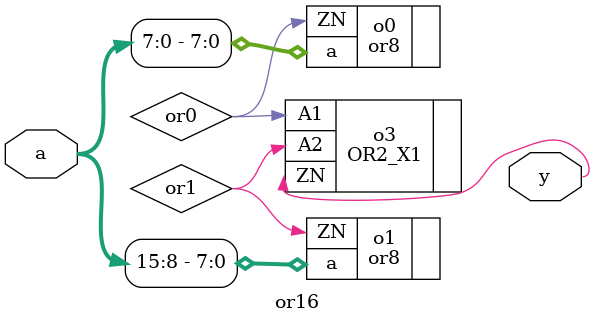
<source format=v>

`ifndef OR16_V
`define OR16_V
`include "freepdk-45nm/stdcells.v"
`include "misc/or/or8.v"

module or16 (
    input wire [15:0] a,
    output wire y
);
    wire or0;
    wire or1;

    or8 o0(.a(a[0:7]), .ZN(or0));
    or8 o1(.a(a[8:15]), .ZN(or1));

    OR2_X1 o3(.A1(or0), .A2(or1), .ZN(y));

endmodule

`endif

</source>
